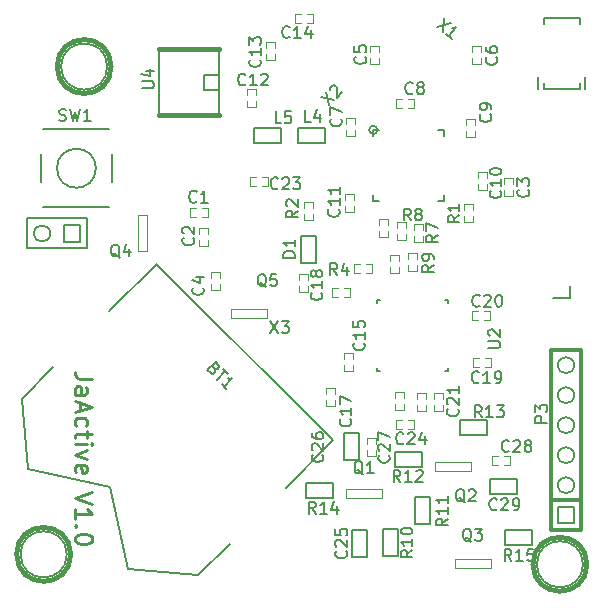
<source format=gto>
G04 (created by PCBNEW (2013-07-07 BZR 4022)-stable) date Mon 15 Dec 2014 10:20:57 PM EET*
%MOIN*%
G04 Gerber Fmt 3.4, Leading zero omitted, Abs format*
%FSLAX34Y34*%
G01*
G70*
G90*
G04 APERTURE LIST*
%ADD10C,0.006*%
%ADD11C,0.00984252*%
%ADD12C,0.00590551*%
%ADD13C,0.0047*%
%ADD14C,0.015*%
%ADD15C,0.008*%
%ADD16C,0.005*%
%ADD17C,0.0028*%
%ADD18C,0.012*%
G04 APERTURE END LIST*
G54D10*
G54D11*
X83257Y-56515D02*
X82835Y-56515D01*
X82750Y-56487D01*
X82694Y-56431D01*
X82666Y-56347D01*
X82666Y-56290D01*
X82666Y-57050D02*
X82975Y-57050D01*
X83032Y-57021D01*
X83060Y-56965D01*
X83060Y-56853D01*
X83032Y-56796D01*
X82694Y-57050D02*
X82666Y-56993D01*
X82666Y-56853D01*
X82694Y-56796D01*
X82750Y-56768D01*
X82807Y-56768D01*
X82863Y-56796D01*
X82891Y-56853D01*
X82891Y-56993D01*
X82919Y-57050D01*
X82835Y-57303D02*
X82835Y-57584D01*
X82666Y-57246D02*
X83257Y-57443D01*
X82666Y-57640D01*
X82694Y-58090D02*
X82666Y-58034D01*
X82666Y-57921D01*
X82694Y-57865D01*
X82722Y-57837D01*
X82778Y-57809D01*
X82947Y-57809D01*
X83003Y-57837D01*
X83032Y-57865D01*
X83060Y-57921D01*
X83060Y-58034D01*
X83032Y-58090D01*
X83060Y-58259D02*
X83060Y-58484D01*
X83257Y-58343D02*
X82750Y-58343D01*
X82694Y-58371D01*
X82666Y-58428D01*
X82666Y-58484D01*
X82666Y-58681D02*
X83060Y-58681D01*
X83257Y-58681D02*
X83228Y-58652D01*
X83200Y-58681D01*
X83228Y-58709D01*
X83257Y-58681D01*
X83200Y-58681D01*
X83060Y-58906D02*
X82666Y-59046D01*
X83060Y-59187D01*
X82694Y-59637D02*
X82666Y-59580D01*
X82666Y-59468D01*
X82694Y-59412D01*
X82750Y-59384D01*
X82975Y-59384D01*
X83032Y-59412D01*
X83060Y-59468D01*
X83060Y-59580D01*
X83032Y-59637D01*
X82975Y-59665D01*
X82919Y-59665D01*
X82863Y-59384D01*
X83257Y-60284D02*
X82666Y-60480D01*
X83257Y-60677D01*
X82666Y-61183D02*
X82666Y-60846D01*
X82666Y-61015D02*
X83257Y-61015D01*
X83172Y-60958D01*
X83116Y-60902D01*
X83088Y-60846D01*
X82722Y-61437D02*
X82694Y-61465D01*
X82666Y-61437D01*
X82694Y-61408D01*
X82722Y-61437D01*
X82666Y-61437D01*
X83257Y-61830D02*
X83257Y-61886D01*
X83228Y-61943D01*
X83200Y-61971D01*
X83144Y-61999D01*
X83032Y-62027D01*
X82891Y-62027D01*
X82778Y-61999D01*
X82722Y-61971D01*
X82694Y-61943D01*
X82666Y-61886D01*
X82666Y-61830D01*
X82694Y-61774D01*
X82722Y-61746D01*
X82778Y-61718D01*
X82891Y-61690D01*
X83032Y-61690D01*
X83144Y-61718D01*
X83200Y-61746D01*
X83228Y-61774D01*
X83257Y-61830D01*
G54D12*
X81618Y-48200D02*
X83822Y-48200D01*
X83822Y-50799D02*
X81618Y-50799D01*
X83901Y-49027D02*
X83901Y-49972D01*
X81539Y-49027D02*
X81539Y-49972D01*
X83370Y-49500D02*
G75*
G03X83370Y-49500I-649J0D01*
G74*
G01*
G54D13*
X85063Y-51073D02*
X85063Y-52273D01*
X85063Y-52273D02*
X84763Y-52273D01*
X84763Y-52273D02*
X84763Y-51073D01*
X84763Y-51073D02*
X85063Y-51073D01*
X87880Y-54204D02*
X89080Y-54204D01*
X89080Y-54204D02*
X89080Y-54504D01*
X89080Y-54504D02*
X87880Y-54504D01*
X87880Y-54504D02*
X87880Y-54204D01*
X95329Y-62511D02*
X96529Y-62511D01*
X96529Y-62511D02*
X96529Y-62811D01*
X96529Y-62811D02*
X95329Y-62811D01*
X95329Y-62811D02*
X95329Y-62511D01*
X95863Y-59579D02*
X94663Y-59579D01*
X94663Y-59579D02*
X94663Y-59279D01*
X94663Y-59279D02*
X95863Y-59279D01*
X95863Y-59279D02*
X95863Y-59579D01*
X91711Y-60208D02*
X92911Y-60208D01*
X92911Y-60208D02*
X92911Y-60508D01*
X92911Y-60508D02*
X91711Y-60508D01*
X91711Y-60508D02*
X91711Y-60208D01*
G54D14*
X87490Y-45534D02*
X85490Y-45534D01*
X87490Y-47734D02*
X85490Y-47734D01*
G54D15*
X85490Y-47734D02*
X85490Y-45534D01*
X87490Y-47734D02*
X87490Y-45534D01*
X87490Y-46884D02*
X86990Y-46884D01*
X86990Y-46884D02*
X86990Y-46384D01*
X86990Y-46384D02*
X87490Y-46384D01*
G54D16*
X90118Y-48143D02*
X91018Y-48143D01*
X91018Y-48143D02*
X91018Y-48643D01*
X91018Y-48643D02*
X90118Y-48643D01*
X90118Y-48643D02*
X90118Y-48143D01*
X93329Y-58954D02*
X94229Y-58954D01*
X94229Y-58954D02*
X94229Y-59454D01*
X94229Y-59454D02*
X93329Y-59454D01*
X93329Y-59454D02*
X93329Y-58954D01*
X96418Y-58391D02*
X95518Y-58391D01*
X95518Y-58391D02*
X95518Y-57891D01*
X95518Y-57891D02*
X96418Y-57891D01*
X96418Y-57891D02*
X96418Y-58391D01*
X94021Y-61359D02*
X94021Y-60459D01*
X94021Y-60459D02*
X94521Y-60459D01*
X94521Y-60459D02*
X94521Y-61359D01*
X94521Y-61359D02*
X94021Y-61359D01*
X92411Y-61546D02*
X92411Y-62446D01*
X92411Y-62446D02*
X91911Y-62446D01*
X91911Y-62446D02*
X91911Y-61546D01*
X91911Y-61546D02*
X92411Y-61546D01*
X90210Y-52654D02*
X90210Y-51754D01*
X90210Y-51754D02*
X90710Y-51754D01*
X90710Y-51754D02*
X90710Y-52654D01*
X90710Y-52654D02*
X90210Y-52654D01*
X91655Y-59233D02*
X91655Y-58333D01*
X91655Y-58333D02*
X92155Y-58333D01*
X92155Y-58333D02*
X92155Y-59233D01*
X92155Y-59233D02*
X91655Y-59233D01*
X93431Y-61538D02*
X93431Y-62438D01*
X93431Y-62438D02*
X92931Y-62438D01*
X92931Y-62438D02*
X92931Y-61538D01*
X92931Y-61538D02*
X93431Y-61538D01*
X88633Y-48143D02*
X89533Y-48143D01*
X89533Y-48143D02*
X89533Y-48643D01*
X89533Y-48643D02*
X88633Y-48643D01*
X88633Y-48643D02*
X88633Y-48143D01*
X96494Y-59856D02*
X97394Y-59856D01*
X97394Y-59856D02*
X97394Y-60356D01*
X97394Y-60356D02*
X96494Y-60356D01*
X96494Y-60356D02*
X96494Y-59856D01*
X91268Y-60490D02*
X90368Y-60490D01*
X90368Y-60490D02*
X90368Y-59990D01*
X90368Y-59990D02*
X91268Y-59990D01*
X91268Y-59990D02*
X91268Y-60490D01*
X97018Y-61572D02*
X97918Y-61572D01*
X97918Y-61572D02*
X97918Y-62072D01*
X97918Y-62072D02*
X97018Y-62072D01*
X97018Y-62072D02*
X97018Y-61572D01*
G54D17*
X94368Y-57192D02*
X94368Y-56992D01*
X94368Y-56992D02*
X94068Y-56992D01*
X94068Y-56992D02*
X94068Y-57192D01*
X94368Y-57392D02*
X94368Y-57592D01*
X94368Y-57592D02*
X94068Y-57592D01*
X94068Y-57592D02*
X94068Y-57392D01*
X93343Y-57364D02*
X93343Y-57564D01*
X93343Y-57564D02*
X93643Y-57564D01*
X93643Y-57564D02*
X93643Y-57364D01*
X93343Y-57164D02*
X93343Y-56964D01*
X93343Y-56964D02*
X93643Y-56964D01*
X93643Y-56964D02*
X93643Y-57164D01*
X93569Y-57903D02*
X93369Y-57903D01*
X93369Y-57903D02*
X93369Y-58203D01*
X93369Y-58203D02*
X93569Y-58203D01*
X93769Y-57903D02*
X93969Y-57903D01*
X93969Y-57903D02*
X93969Y-58203D01*
X93969Y-58203D02*
X93769Y-58203D01*
X93478Y-52588D02*
X93478Y-52388D01*
X93478Y-52388D02*
X93178Y-52388D01*
X93178Y-52388D02*
X93178Y-52588D01*
X93478Y-52788D02*
X93478Y-52988D01*
X93478Y-52988D02*
X93178Y-52988D01*
X93178Y-52988D02*
X93178Y-52788D01*
X94277Y-51550D02*
X94277Y-51350D01*
X94277Y-51350D02*
X93977Y-51350D01*
X93977Y-51350D02*
X93977Y-51550D01*
X94277Y-51750D02*
X94277Y-51950D01*
X94277Y-51950D02*
X93977Y-51950D01*
X93977Y-51950D02*
X93977Y-51750D01*
X93702Y-51505D02*
X93702Y-51305D01*
X93702Y-51305D02*
X93402Y-51305D01*
X93402Y-51305D02*
X93402Y-51505D01*
X93702Y-51705D02*
X93702Y-51905D01*
X93702Y-51905D02*
X93402Y-51905D01*
X93402Y-51905D02*
X93402Y-51705D01*
X94081Y-52523D02*
X94081Y-52323D01*
X94081Y-52323D02*
X93781Y-52323D01*
X93781Y-52323D02*
X93781Y-52523D01*
X94081Y-52723D02*
X94081Y-52923D01*
X94081Y-52923D02*
X93781Y-52923D01*
X93781Y-52923D02*
X93781Y-52723D01*
X88708Y-49803D02*
X88508Y-49803D01*
X88508Y-49803D02*
X88508Y-50103D01*
X88508Y-50103D02*
X88708Y-50103D01*
X88908Y-49803D02*
X89108Y-49803D01*
X89108Y-49803D02*
X89108Y-50103D01*
X89108Y-50103D02*
X88908Y-50103D01*
X87098Y-51693D02*
X87098Y-51493D01*
X87098Y-51493D02*
X86798Y-51493D01*
X86798Y-51493D02*
X86798Y-51693D01*
X87098Y-51893D02*
X87098Y-52093D01*
X87098Y-52093D02*
X86798Y-52093D01*
X86798Y-52093D02*
X86798Y-51893D01*
X86908Y-51133D02*
X87108Y-51133D01*
X87108Y-51133D02*
X87108Y-50833D01*
X87108Y-50833D02*
X86908Y-50833D01*
X86708Y-51133D02*
X86508Y-51133D01*
X86508Y-51133D02*
X86508Y-50833D01*
X86508Y-50833D02*
X86708Y-50833D01*
X96770Y-59086D02*
X96570Y-59086D01*
X96570Y-59086D02*
X96570Y-59386D01*
X96570Y-59386D02*
X96770Y-59386D01*
X96970Y-59086D02*
X97170Y-59086D01*
X97170Y-59086D02*
X97170Y-59386D01*
X97170Y-59386D02*
X96970Y-59386D01*
X92401Y-58899D02*
X92401Y-59099D01*
X92401Y-59099D02*
X92701Y-59099D01*
X92701Y-59099D02*
X92701Y-58899D01*
X92401Y-58699D02*
X92401Y-58499D01*
X92401Y-58499D02*
X92701Y-58499D01*
X92701Y-58499D02*
X92701Y-58699D01*
X91974Y-50542D02*
X91974Y-50342D01*
X91974Y-50342D02*
X91674Y-50342D01*
X91674Y-50342D02*
X91674Y-50542D01*
X91974Y-50742D02*
X91974Y-50942D01*
X91974Y-50942D02*
X91674Y-50942D01*
X91674Y-50942D02*
X91674Y-50742D01*
X97266Y-50029D02*
X97266Y-49829D01*
X97266Y-49829D02*
X96966Y-49829D01*
X96966Y-49829D02*
X96966Y-50029D01*
X97266Y-50229D02*
X97266Y-50429D01*
X97266Y-50429D02*
X96966Y-50429D01*
X96966Y-50429D02*
X96966Y-50229D01*
X90298Y-51021D02*
X90298Y-51221D01*
X90298Y-51221D02*
X90598Y-51221D01*
X90598Y-51221D02*
X90598Y-51021D01*
X90298Y-50821D02*
X90298Y-50621D01*
X90298Y-50621D02*
X90598Y-50621D01*
X90598Y-50621D02*
X90598Y-50821D01*
X95699Y-48257D02*
X95699Y-48457D01*
X95699Y-48457D02*
X95999Y-48457D01*
X95999Y-48457D02*
X95999Y-48257D01*
X95699Y-48057D02*
X95699Y-47857D01*
X95699Y-47857D02*
X95999Y-47857D01*
X95999Y-47857D02*
X95999Y-48057D01*
X87224Y-53363D02*
X87224Y-53563D01*
X87224Y-53563D02*
X87524Y-53563D01*
X87524Y-53563D02*
X87524Y-53363D01*
X87224Y-53163D02*
X87224Y-52963D01*
X87224Y-52963D02*
X87524Y-52963D01*
X87524Y-52963D02*
X87524Y-53163D01*
X95918Y-45828D02*
X95918Y-46028D01*
X95918Y-46028D02*
X96218Y-46028D01*
X96218Y-46028D02*
X96218Y-45828D01*
X95918Y-45628D02*
X95918Y-45428D01*
X95918Y-45428D02*
X96218Y-45428D01*
X96218Y-45428D02*
X96218Y-45628D01*
X92518Y-45818D02*
X92518Y-46018D01*
X92518Y-46018D02*
X92818Y-46018D01*
X92818Y-46018D02*
X92818Y-45818D01*
X92518Y-45618D02*
X92518Y-45418D01*
X92518Y-45418D02*
X92818Y-45418D01*
X92818Y-45418D02*
X92818Y-45618D01*
X95929Y-50907D02*
X95929Y-50707D01*
X95929Y-50707D02*
X95629Y-50707D01*
X95629Y-50707D02*
X95629Y-50907D01*
X95929Y-51107D02*
X95929Y-51307D01*
X95929Y-51307D02*
X95629Y-51307D01*
X95629Y-51307D02*
X95629Y-51107D01*
X93779Y-47502D02*
X93979Y-47502D01*
X93979Y-47502D02*
X93979Y-47202D01*
X93979Y-47202D02*
X93779Y-47202D01*
X93579Y-47502D02*
X93379Y-47502D01*
X93379Y-47502D02*
X93379Y-47202D01*
X93379Y-47202D02*
X93579Y-47202D01*
X89338Y-45503D02*
X89338Y-45303D01*
X89338Y-45303D02*
X89038Y-45303D01*
X89038Y-45303D02*
X89038Y-45503D01*
X89338Y-45703D02*
X89338Y-45903D01*
X89338Y-45903D02*
X89038Y-45903D01*
X89038Y-45903D02*
X89038Y-45703D01*
X90213Y-44373D02*
X90013Y-44373D01*
X90013Y-44373D02*
X90013Y-44673D01*
X90013Y-44673D02*
X90213Y-44673D01*
X90413Y-44373D02*
X90613Y-44373D01*
X90613Y-44373D02*
X90613Y-44673D01*
X90613Y-44673D02*
X90413Y-44673D01*
X96413Y-49829D02*
X96413Y-49629D01*
X96413Y-49629D02*
X96113Y-49629D01*
X96113Y-49629D02*
X96113Y-49829D01*
X96413Y-50029D02*
X96413Y-50229D01*
X96413Y-50229D02*
X96113Y-50229D01*
X96113Y-50229D02*
X96113Y-50029D01*
X91658Y-53788D02*
X91858Y-53788D01*
X91858Y-53788D02*
X91858Y-53488D01*
X91858Y-53488D02*
X91658Y-53488D01*
X91458Y-53788D02*
X91258Y-53788D01*
X91258Y-53788D02*
X91258Y-53488D01*
X91258Y-53488D02*
X91458Y-53488D01*
X91698Y-48228D02*
X91698Y-48428D01*
X91698Y-48428D02*
X91998Y-48428D01*
X91998Y-48428D02*
X91998Y-48228D01*
X91698Y-48028D02*
X91698Y-47828D01*
X91698Y-47828D02*
X91998Y-47828D01*
X91998Y-47828D02*
X91998Y-48028D01*
X88408Y-47263D02*
X88408Y-47463D01*
X88408Y-47463D02*
X88708Y-47463D01*
X88708Y-47463D02*
X88708Y-47263D01*
X88408Y-47063D02*
X88408Y-46863D01*
X88408Y-46863D02*
X88708Y-46863D01*
X88708Y-46863D02*
X88708Y-47063D01*
X91658Y-56058D02*
X91658Y-56258D01*
X91658Y-56258D02*
X91958Y-56258D01*
X91958Y-56258D02*
X91958Y-56058D01*
X91658Y-55858D02*
X91658Y-55658D01*
X91658Y-55658D02*
X91958Y-55658D01*
X91958Y-55658D02*
X91958Y-55858D01*
X94949Y-57206D02*
X94949Y-57006D01*
X94949Y-57006D02*
X94649Y-57006D01*
X94649Y-57006D02*
X94649Y-57206D01*
X94949Y-57406D02*
X94949Y-57606D01*
X94949Y-57606D02*
X94649Y-57606D01*
X94649Y-57606D02*
X94649Y-57406D01*
X90133Y-53438D02*
X90133Y-53638D01*
X90133Y-53638D02*
X90433Y-53638D01*
X90433Y-53638D02*
X90433Y-53438D01*
X90133Y-53238D02*
X90133Y-53038D01*
X90133Y-53038D02*
X90433Y-53038D01*
X90433Y-53038D02*
X90433Y-53238D01*
X91050Y-57218D02*
X91050Y-57418D01*
X91050Y-57418D02*
X91350Y-57418D01*
X91350Y-57418D02*
X91350Y-57218D01*
X91050Y-57018D02*
X91050Y-56818D01*
X91050Y-56818D02*
X91350Y-56818D01*
X91350Y-56818D02*
X91350Y-57018D01*
X96140Y-55818D02*
X95940Y-55818D01*
X95940Y-55818D02*
X95940Y-56118D01*
X95940Y-56118D02*
X96140Y-56118D01*
X96340Y-55818D02*
X96540Y-55818D01*
X96540Y-55818D02*
X96540Y-56118D01*
X96540Y-56118D02*
X96340Y-56118D01*
X96120Y-54244D02*
X95920Y-54244D01*
X95920Y-54244D02*
X95920Y-54544D01*
X95920Y-54544D02*
X96120Y-54544D01*
X96320Y-54244D02*
X96520Y-54244D01*
X96520Y-54244D02*
X96520Y-54544D01*
X96520Y-54544D02*
X96320Y-54544D01*
X92794Y-51606D02*
X92794Y-51806D01*
X92794Y-51806D02*
X93094Y-51806D01*
X93094Y-51806D02*
X93094Y-51606D01*
X92794Y-51406D02*
X92794Y-51206D01*
X92794Y-51206D02*
X93094Y-51206D01*
X93094Y-51206D02*
X93094Y-51406D01*
X92168Y-52678D02*
X91968Y-52678D01*
X91968Y-52678D02*
X91968Y-52978D01*
X91968Y-52978D02*
X92168Y-52978D01*
X92368Y-52678D02*
X92568Y-52678D01*
X92568Y-52678D02*
X92568Y-52978D01*
X92568Y-52978D02*
X92368Y-52978D01*
G54D12*
X92843Y-56263D02*
X92745Y-56263D01*
X92745Y-56263D02*
X92745Y-56165D01*
X92843Y-53901D02*
X92745Y-53901D01*
X92745Y-53901D02*
X92745Y-53999D01*
X95107Y-53999D02*
X95107Y-53901D01*
X95107Y-53901D02*
X95009Y-53901D01*
X95009Y-56263D02*
X95107Y-56263D01*
X95107Y-56263D02*
X95107Y-56165D01*
G54D10*
X83078Y-51173D02*
X83078Y-52173D01*
X83078Y-52173D02*
X81078Y-52173D01*
X81078Y-52173D02*
X81078Y-51173D01*
X81078Y-51173D02*
X83078Y-51173D01*
G54D18*
X99543Y-61562D02*
X98543Y-61562D01*
X98543Y-61562D02*
X98543Y-55562D01*
X98543Y-55562D02*
X99543Y-55562D01*
X99543Y-55562D02*
X99543Y-61562D01*
X99543Y-60562D02*
X98543Y-60562D01*
G54D12*
X98598Y-53826D02*
X99188Y-53826D01*
X99188Y-53826D02*
X99188Y-53433D01*
X98114Y-46460D02*
X98114Y-46854D01*
X99688Y-46460D02*
X99688Y-46854D01*
X99492Y-46657D02*
X99492Y-46854D01*
X99492Y-46854D02*
X98311Y-46854D01*
X98311Y-46854D02*
X98311Y-46657D01*
X99492Y-44688D02*
X99492Y-44492D01*
X99492Y-44492D02*
X98311Y-44492D01*
X98311Y-44492D02*
X98311Y-44688D01*
X81957Y-56137D02*
X80913Y-57181D01*
X87831Y-62011D02*
X86787Y-63055D01*
X81094Y-59533D02*
X80913Y-57181D01*
X84435Y-62874D02*
X86787Y-63055D01*
X83850Y-60118D02*
X81094Y-59533D01*
X84435Y-62874D02*
X83850Y-60118D01*
X85395Y-52698D02*
X83822Y-54271D01*
X85409Y-52712D02*
X91269Y-58572D01*
X91269Y-58572D02*
X89696Y-60145D01*
G54D10*
X92617Y-48222D02*
X92617Y-48419D01*
X94979Y-48222D02*
X94782Y-48222D01*
X94979Y-48222D02*
X94979Y-48419D01*
X92617Y-50407D02*
X92617Y-50387D01*
X92617Y-50584D02*
X92814Y-50584D01*
X94979Y-50584D02*
X94782Y-50584D01*
X94979Y-50584D02*
X94979Y-50387D01*
X92617Y-50584D02*
X92617Y-50407D01*
X92617Y-50407D02*
X92617Y-50584D01*
X92617Y-48222D02*
X92814Y-48222D01*
G54D12*
X92756Y-48222D02*
G75*
G03X92756Y-48222I-139J0D01*
G74*
G01*
G54D14*
X83880Y-46110D02*
G75*
G03X83880Y-46110I-900J0D01*
G74*
G01*
X99738Y-62700D02*
G75*
G03X99738Y-62700I-900J0D01*
G74*
G01*
X82529Y-62370D02*
G75*
G03X82529Y-62370I-900J0D01*
G74*
G01*
G54D10*
X82308Y-51403D02*
X82308Y-51943D01*
X82848Y-51943D01*
X82848Y-51403D01*
X82308Y-51403D01*
X81848Y-51673D02*
G75*
G03X81848Y-51673I-270J0D01*
G74*
G01*
X98773Y-60792D02*
X98773Y-61332D01*
X99313Y-61332D01*
X99313Y-60792D01*
X98773Y-60792D01*
X99313Y-60062D02*
G75*
G03X99313Y-60062I-270J0D01*
G74*
G01*
X99313Y-59062D02*
G75*
G03X99313Y-59062I-270J0D01*
G74*
G01*
X99313Y-58062D02*
G75*
G03X99313Y-58062I-270J0D01*
G74*
G01*
X99313Y-57062D02*
G75*
G03X99313Y-57062I-270J0D01*
G74*
G01*
X99313Y-56062D02*
G75*
G03X99313Y-56062I-270J0D01*
G74*
G01*
X83750Y-46110D02*
G75*
G03X83750Y-46110I-770J0D01*
G74*
G01*
X99608Y-62700D02*
G75*
G03X99608Y-62700I-770J0D01*
G74*
G01*
X82399Y-62370D02*
G75*
G03X82399Y-62370I-770J0D01*
G74*
G01*
X82152Y-47904D02*
X82208Y-47923D01*
X82302Y-47923D01*
X82339Y-47904D01*
X82358Y-47885D01*
X82377Y-47848D01*
X82377Y-47810D01*
X82358Y-47773D01*
X82339Y-47754D01*
X82302Y-47735D01*
X82227Y-47716D01*
X82189Y-47698D01*
X82170Y-47679D01*
X82152Y-47641D01*
X82152Y-47604D01*
X82170Y-47566D01*
X82189Y-47548D01*
X82227Y-47529D01*
X82320Y-47529D01*
X82377Y-47548D01*
X82508Y-47529D02*
X82602Y-47923D01*
X82677Y-47641D01*
X82752Y-47923D01*
X82845Y-47529D01*
X83202Y-47923D02*
X82977Y-47923D01*
X83089Y-47923D02*
X83089Y-47529D01*
X83052Y-47585D01*
X83014Y-47623D01*
X82977Y-47641D01*
X84163Y-52476D02*
X84125Y-52457D01*
X84088Y-52420D01*
X84032Y-52363D01*
X83994Y-52345D01*
X83957Y-52345D01*
X83975Y-52438D02*
X83938Y-52420D01*
X83900Y-52382D01*
X83882Y-52307D01*
X83882Y-52176D01*
X83900Y-52101D01*
X83938Y-52063D01*
X83975Y-52045D01*
X84050Y-52045D01*
X84088Y-52063D01*
X84125Y-52101D01*
X84144Y-52176D01*
X84144Y-52307D01*
X84125Y-52382D01*
X84088Y-52420D01*
X84050Y-52438D01*
X83975Y-52438D01*
X84482Y-52176D02*
X84482Y-52438D01*
X84388Y-52026D02*
X84294Y-52307D01*
X84538Y-52307D01*
X89053Y-53460D02*
X89015Y-53441D01*
X88978Y-53404D01*
X88921Y-53348D01*
X88884Y-53329D01*
X88846Y-53329D01*
X88865Y-53423D02*
X88828Y-53404D01*
X88790Y-53366D01*
X88771Y-53291D01*
X88771Y-53160D01*
X88790Y-53085D01*
X88828Y-53048D01*
X88865Y-53029D01*
X88940Y-53029D01*
X88978Y-53048D01*
X89015Y-53085D01*
X89034Y-53160D01*
X89034Y-53291D01*
X89015Y-53366D01*
X88978Y-53404D01*
X88940Y-53423D01*
X88865Y-53423D01*
X89390Y-53029D02*
X89203Y-53029D01*
X89184Y-53216D01*
X89203Y-53198D01*
X89240Y-53179D01*
X89334Y-53179D01*
X89371Y-53198D01*
X89390Y-53216D01*
X89409Y-53254D01*
X89409Y-53348D01*
X89390Y-53385D01*
X89371Y-53404D01*
X89334Y-53423D01*
X89240Y-53423D01*
X89203Y-53404D01*
X89184Y-53385D01*
X95891Y-61948D02*
X95854Y-61930D01*
X95816Y-61892D01*
X95760Y-61836D01*
X95722Y-61817D01*
X95685Y-61817D01*
X95704Y-61911D02*
X95666Y-61892D01*
X95629Y-61855D01*
X95610Y-61780D01*
X95610Y-61648D01*
X95629Y-61573D01*
X95666Y-61536D01*
X95704Y-61517D01*
X95779Y-61517D01*
X95816Y-61536D01*
X95854Y-61573D01*
X95872Y-61648D01*
X95872Y-61780D01*
X95854Y-61855D01*
X95816Y-61892D01*
X95779Y-61911D01*
X95704Y-61911D01*
X96004Y-61517D02*
X96247Y-61517D01*
X96116Y-61667D01*
X96172Y-61667D01*
X96210Y-61686D01*
X96229Y-61705D01*
X96247Y-61742D01*
X96247Y-61836D01*
X96229Y-61873D01*
X96210Y-61892D01*
X96172Y-61911D01*
X96060Y-61911D01*
X96022Y-61892D01*
X96004Y-61873D01*
X95671Y-60637D02*
X95633Y-60619D01*
X95596Y-60581D01*
X95539Y-60525D01*
X95502Y-60506D01*
X95464Y-60506D01*
X95483Y-60600D02*
X95446Y-60581D01*
X95408Y-60544D01*
X95389Y-60469D01*
X95389Y-60337D01*
X95408Y-60262D01*
X95446Y-60225D01*
X95483Y-60206D01*
X95558Y-60206D01*
X95596Y-60225D01*
X95633Y-60262D01*
X95652Y-60337D01*
X95652Y-60469D01*
X95633Y-60544D01*
X95596Y-60581D01*
X95558Y-60600D01*
X95483Y-60600D01*
X95802Y-60244D02*
X95821Y-60225D01*
X95858Y-60206D01*
X95952Y-60206D01*
X95989Y-60225D01*
X96008Y-60244D01*
X96027Y-60281D01*
X96027Y-60319D01*
X96008Y-60375D01*
X95783Y-60600D01*
X96027Y-60600D01*
X92273Y-59705D02*
X92236Y-59686D01*
X92198Y-59648D01*
X92142Y-59592D01*
X92104Y-59573D01*
X92067Y-59573D01*
X92086Y-59667D02*
X92048Y-59648D01*
X92011Y-59611D01*
X91992Y-59536D01*
X91992Y-59405D01*
X92011Y-59330D01*
X92048Y-59292D01*
X92086Y-59273D01*
X92161Y-59273D01*
X92198Y-59292D01*
X92236Y-59330D01*
X92254Y-59405D01*
X92254Y-59536D01*
X92236Y-59611D01*
X92198Y-59648D01*
X92161Y-59667D01*
X92086Y-59667D01*
X92629Y-59667D02*
X92404Y-59667D01*
X92517Y-59667D02*
X92517Y-59273D01*
X92479Y-59330D01*
X92442Y-59367D01*
X92404Y-59386D01*
X84907Y-46831D02*
X85226Y-46831D01*
X85263Y-46812D01*
X85282Y-46793D01*
X85301Y-46756D01*
X85301Y-46681D01*
X85282Y-46643D01*
X85263Y-46625D01*
X85226Y-46606D01*
X84907Y-46606D01*
X85038Y-46250D02*
X85301Y-46250D01*
X84888Y-46344D02*
X85169Y-46437D01*
X85169Y-46194D01*
X90528Y-47946D02*
X90341Y-47946D01*
X90341Y-47553D01*
X90828Y-47684D02*
X90828Y-47946D01*
X90735Y-47534D02*
X90641Y-47815D01*
X90885Y-47815D01*
X93518Y-59950D02*
X93387Y-59763D01*
X93293Y-59950D02*
X93293Y-59556D01*
X93443Y-59556D01*
X93481Y-59575D01*
X93499Y-59594D01*
X93518Y-59631D01*
X93518Y-59688D01*
X93499Y-59725D01*
X93481Y-59744D01*
X93443Y-59763D01*
X93293Y-59763D01*
X93893Y-59950D02*
X93668Y-59950D01*
X93781Y-59950D02*
X93781Y-59556D01*
X93743Y-59613D01*
X93706Y-59650D01*
X93668Y-59669D01*
X94043Y-59594D02*
X94062Y-59575D01*
X94099Y-59556D01*
X94193Y-59556D01*
X94230Y-59575D01*
X94249Y-59594D01*
X94268Y-59631D01*
X94268Y-59669D01*
X94249Y-59725D01*
X94024Y-59950D01*
X94268Y-59950D01*
X96227Y-57801D02*
X96095Y-57613D01*
X96002Y-57801D02*
X96002Y-57407D01*
X96152Y-57407D01*
X96189Y-57426D01*
X96208Y-57444D01*
X96227Y-57482D01*
X96227Y-57538D01*
X96208Y-57576D01*
X96189Y-57594D01*
X96152Y-57613D01*
X96002Y-57613D01*
X96602Y-57801D02*
X96377Y-57801D01*
X96489Y-57801D02*
X96489Y-57407D01*
X96452Y-57463D01*
X96414Y-57501D01*
X96377Y-57519D01*
X96733Y-57407D02*
X96977Y-57407D01*
X96845Y-57557D01*
X96902Y-57557D01*
X96939Y-57576D01*
X96958Y-57594D01*
X96977Y-57632D01*
X96977Y-57726D01*
X96958Y-57763D01*
X96939Y-57782D01*
X96902Y-57801D01*
X96789Y-57801D01*
X96752Y-57782D01*
X96733Y-57763D01*
X95100Y-61182D02*
X94912Y-61313D01*
X95100Y-61407D02*
X94706Y-61407D01*
X94706Y-61257D01*
X94725Y-61219D01*
X94744Y-61200D01*
X94781Y-61182D01*
X94837Y-61182D01*
X94875Y-61200D01*
X94894Y-61219D01*
X94912Y-61257D01*
X94912Y-61407D01*
X95100Y-60807D02*
X95100Y-61032D01*
X95100Y-60919D02*
X94706Y-60919D01*
X94762Y-60957D01*
X94800Y-60994D01*
X94819Y-61032D01*
X95100Y-60432D02*
X95100Y-60657D01*
X95100Y-60544D02*
X94706Y-60544D01*
X94762Y-60582D01*
X94800Y-60619D01*
X94819Y-60657D01*
X91708Y-62264D02*
X91727Y-62283D01*
X91745Y-62339D01*
X91745Y-62377D01*
X91727Y-62433D01*
X91689Y-62471D01*
X91652Y-62489D01*
X91577Y-62508D01*
X91520Y-62508D01*
X91446Y-62489D01*
X91408Y-62471D01*
X91371Y-62433D01*
X91352Y-62377D01*
X91352Y-62339D01*
X91371Y-62283D01*
X91389Y-62264D01*
X91389Y-62114D02*
X91371Y-62096D01*
X91352Y-62058D01*
X91352Y-61964D01*
X91371Y-61927D01*
X91389Y-61908D01*
X91427Y-61889D01*
X91464Y-61889D01*
X91520Y-61908D01*
X91745Y-62133D01*
X91745Y-61889D01*
X91352Y-61533D02*
X91352Y-61721D01*
X91539Y-61739D01*
X91520Y-61721D01*
X91502Y-61683D01*
X91502Y-61589D01*
X91520Y-61552D01*
X91539Y-61533D01*
X91577Y-61514D01*
X91670Y-61514D01*
X91708Y-61533D01*
X91727Y-61552D01*
X91745Y-61589D01*
X91745Y-61683D01*
X91727Y-61721D01*
X91708Y-61739D01*
X90009Y-52479D02*
X89616Y-52479D01*
X89616Y-52385D01*
X89634Y-52329D01*
X89672Y-52292D01*
X89709Y-52273D01*
X89784Y-52254D01*
X89841Y-52254D01*
X89916Y-52273D01*
X89953Y-52292D01*
X89991Y-52329D01*
X90009Y-52385D01*
X90009Y-52479D01*
X90009Y-51879D02*
X90009Y-52104D01*
X90009Y-51992D02*
X89616Y-51992D01*
X89672Y-52029D01*
X89709Y-52067D01*
X89728Y-52104D01*
X90921Y-59044D02*
X90939Y-59063D01*
X90958Y-59119D01*
X90958Y-59156D01*
X90939Y-59213D01*
X90902Y-59250D01*
X90864Y-59269D01*
X90789Y-59288D01*
X90733Y-59288D01*
X90658Y-59269D01*
X90621Y-59250D01*
X90583Y-59213D01*
X90564Y-59156D01*
X90564Y-59119D01*
X90583Y-59063D01*
X90602Y-59044D01*
X90602Y-58894D02*
X90583Y-58875D01*
X90564Y-58838D01*
X90564Y-58744D01*
X90583Y-58706D01*
X90602Y-58688D01*
X90639Y-58669D01*
X90677Y-58669D01*
X90733Y-58688D01*
X90958Y-58913D01*
X90958Y-58669D01*
X90564Y-58332D02*
X90564Y-58407D01*
X90583Y-58444D01*
X90602Y-58463D01*
X90658Y-58500D01*
X90733Y-58519D01*
X90883Y-58519D01*
X90921Y-58500D01*
X90939Y-58482D01*
X90958Y-58444D01*
X90958Y-58369D01*
X90939Y-58332D01*
X90921Y-58313D01*
X90883Y-58294D01*
X90789Y-58294D01*
X90752Y-58313D01*
X90733Y-58332D01*
X90714Y-58369D01*
X90714Y-58444D01*
X90733Y-58482D01*
X90752Y-58500D01*
X90789Y-58519D01*
X93923Y-62225D02*
X93735Y-62356D01*
X93923Y-62450D02*
X93529Y-62450D01*
X93529Y-62300D01*
X93548Y-62263D01*
X93566Y-62244D01*
X93604Y-62225D01*
X93660Y-62225D01*
X93698Y-62244D01*
X93716Y-62263D01*
X93735Y-62300D01*
X93735Y-62450D01*
X93923Y-61850D02*
X93923Y-62075D01*
X93923Y-61963D02*
X93529Y-61963D01*
X93585Y-62000D01*
X93623Y-62038D01*
X93641Y-62075D01*
X93529Y-61606D02*
X93529Y-61569D01*
X93548Y-61531D01*
X93566Y-61513D01*
X93604Y-61494D01*
X93679Y-61475D01*
X93773Y-61475D01*
X93848Y-61494D01*
X93885Y-61513D01*
X93904Y-61531D01*
X93923Y-61569D01*
X93923Y-61606D01*
X93904Y-61644D01*
X93885Y-61663D01*
X93848Y-61681D01*
X93773Y-61700D01*
X93679Y-61700D01*
X93604Y-61681D01*
X93566Y-61663D01*
X93548Y-61644D01*
X93529Y-61606D01*
X89548Y-47997D02*
X89361Y-47997D01*
X89361Y-47604D01*
X89867Y-47604D02*
X89679Y-47604D01*
X89661Y-47791D01*
X89679Y-47772D01*
X89717Y-47754D01*
X89811Y-47754D01*
X89848Y-47772D01*
X89867Y-47791D01*
X89886Y-47829D01*
X89886Y-47922D01*
X89867Y-47960D01*
X89848Y-47979D01*
X89811Y-47997D01*
X89717Y-47997D01*
X89679Y-47979D01*
X89661Y-47960D01*
X96735Y-60862D02*
X96716Y-60880D01*
X96660Y-60899D01*
X96622Y-60899D01*
X96566Y-60880D01*
X96528Y-60843D01*
X96510Y-60805D01*
X96491Y-60730D01*
X96491Y-60674D01*
X96510Y-60599D01*
X96528Y-60562D01*
X96566Y-60524D01*
X96622Y-60505D01*
X96660Y-60505D01*
X96716Y-60524D01*
X96735Y-60543D01*
X96885Y-60543D02*
X96903Y-60524D01*
X96941Y-60505D01*
X97035Y-60505D01*
X97072Y-60524D01*
X97091Y-60543D01*
X97110Y-60580D01*
X97110Y-60618D01*
X97091Y-60674D01*
X96866Y-60899D01*
X97110Y-60899D01*
X97297Y-60899D02*
X97372Y-60899D01*
X97410Y-60880D01*
X97428Y-60862D01*
X97466Y-60805D01*
X97485Y-60730D01*
X97485Y-60580D01*
X97466Y-60543D01*
X97447Y-60524D01*
X97410Y-60505D01*
X97335Y-60505D01*
X97297Y-60524D01*
X97278Y-60543D01*
X97260Y-60580D01*
X97260Y-60674D01*
X97278Y-60712D01*
X97297Y-60730D01*
X97335Y-60749D01*
X97410Y-60749D01*
X97447Y-60730D01*
X97466Y-60712D01*
X97485Y-60674D01*
X90699Y-61013D02*
X90568Y-60826D01*
X90474Y-61013D02*
X90474Y-60619D01*
X90624Y-60619D01*
X90662Y-60638D01*
X90680Y-60657D01*
X90699Y-60694D01*
X90699Y-60751D01*
X90680Y-60788D01*
X90662Y-60807D01*
X90624Y-60826D01*
X90474Y-60826D01*
X91074Y-61013D02*
X90849Y-61013D01*
X90962Y-61013D02*
X90962Y-60619D01*
X90924Y-60676D01*
X90887Y-60713D01*
X90849Y-60732D01*
X91412Y-60751D02*
X91412Y-61013D01*
X91318Y-60601D02*
X91224Y-60882D01*
X91468Y-60882D01*
X97223Y-62588D02*
X97092Y-62401D01*
X96998Y-62588D02*
X96998Y-62194D01*
X97148Y-62194D01*
X97185Y-62213D01*
X97204Y-62232D01*
X97223Y-62269D01*
X97223Y-62326D01*
X97204Y-62363D01*
X97185Y-62382D01*
X97148Y-62401D01*
X96998Y-62401D01*
X97598Y-62588D02*
X97373Y-62588D01*
X97485Y-62588D02*
X97485Y-62194D01*
X97448Y-62251D01*
X97410Y-62288D01*
X97373Y-62307D01*
X97954Y-62194D02*
X97766Y-62194D01*
X97748Y-62382D01*
X97766Y-62363D01*
X97804Y-62344D01*
X97898Y-62344D01*
X97935Y-62363D01*
X97954Y-62382D01*
X97973Y-62419D01*
X97973Y-62513D01*
X97954Y-62550D01*
X97935Y-62569D01*
X97898Y-62588D01*
X97804Y-62588D01*
X97766Y-62569D01*
X97748Y-62550D01*
X93624Y-58661D02*
X93606Y-58679D01*
X93549Y-58698D01*
X93512Y-58698D01*
X93456Y-58679D01*
X93418Y-58642D01*
X93399Y-58604D01*
X93381Y-58529D01*
X93381Y-58473D01*
X93399Y-58398D01*
X93418Y-58361D01*
X93456Y-58323D01*
X93512Y-58305D01*
X93549Y-58305D01*
X93606Y-58323D01*
X93624Y-58342D01*
X93774Y-58342D02*
X93793Y-58323D01*
X93831Y-58305D01*
X93924Y-58305D01*
X93962Y-58323D01*
X93981Y-58342D01*
X93999Y-58380D01*
X93999Y-58417D01*
X93981Y-58473D01*
X93756Y-58698D01*
X93999Y-58698D01*
X94337Y-58436D02*
X94337Y-58698D01*
X94243Y-58286D02*
X94149Y-58567D01*
X94393Y-58567D01*
X94777Y-51730D02*
X94589Y-51862D01*
X94777Y-51955D02*
X94383Y-51955D01*
X94383Y-51805D01*
X94402Y-51768D01*
X94421Y-51749D01*
X94458Y-51730D01*
X94514Y-51730D01*
X94552Y-51749D01*
X94571Y-51768D01*
X94589Y-51805D01*
X94589Y-51955D01*
X94383Y-51599D02*
X94383Y-51337D01*
X94777Y-51505D01*
X93867Y-51238D02*
X93736Y-51050D01*
X93642Y-51238D02*
X93642Y-50844D01*
X93792Y-50844D01*
X93829Y-50863D01*
X93848Y-50881D01*
X93867Y-50919D01*
X93867Y-50975D01*
X93848Y-51013D01*
X93829Y-51031D01*
X93792Y-51050D01*
X93642Y-51050D01*
X94092Y-51013D02*
X94054Y-50994D01*
X94036Y-50975D01*
X94017Y-50938D01*
X94017Y-50919D01*
X94036Y-50881D01*
X94054Y-50863D01*
X94092Y-50844D01*
X94167Y-50844D01*
X94204Y-50863D01*
X94223Y-50881D01*
X94242Y-50919D01*
X94242Y-50938D01*
X94223Y-50975D01*
X94204Y-50994D01*
X94167Y-51013D01*
X94092Y-51013D01*
X94054Y-51031D01*
X94036Y-51050D01*
X94017Y-51088D01*
X94017Y-51163D01*
X94036Y-51200D01*
X94054Y-51219D01*
X94092Y-51238D01*
X94167Y-51238D01*
X94204Y-51219D01*
X94223Y-51200D01*
X94242Y-51163D01*
X94242Y-51088D01*
X94223Y-51050D01*
X94204Y-51031D01*
X94167Y-51013D01*
X94639Y-52727D02*
X94452Y-52858D01*
X94639Y-52952D02*
X94245Y-52952D01*
X94245Y-52802D01*
X94264Y-52764D01*
X94283Y-52745D01*
X94320Y-52727D01*
X94377Y-52727D01*
X94414Y-52745D01*
X94433Y-52764D01*
X94452Y-52802D01*
X94452Y-52952D01*
X94639Y-52539D02*
X94639Y-52464D01*
X94620Y-52427D01*
X94602Y-52408D01*
X94545Y-52370D01*
X94470Y-52352D01*
X94320Y-52352D01*
X94283Y-52370D01*
X94264Y-52389D01*
X94245Y-52427D01*
X94245Y-52502D01*
X94264Y-52539D01*
X94283Y-52558D01*
X94320Y-52577D01*
X94414Y-52577D01*
X94452Y-52558D01*
X94470Y-52539D01*
X94489Y-52502D01*
X94489Y-52427D01*
X94470Y-52389D01*
X94452Y-52370D01*
X94414Y-52352D01*
X89439Y-50165D02*
X89421Y-50183D01*
X89364Y-50202D01*
X89327Y-50202D01*
X89271Y-50183D01*
X89233Y-50146D01*
X89214Y-50108D01*
X89196Y-50033D01*
X89196Y-49977D01*
X89214Y-49902D01*
X89233Y-49865D01*
X89271Y-49827D01*
X89327Y-49808D01*
X89364Y-49808D01*
X89421Y-49827D01*
X89439Y-49846D01*
X89589Y-49846D02*
X89608Y-49827D01*
X89646Y-49808D01*
X89739Y-49808D01*
X89777Y-49827D01*
X89796Y-49846D01*
X89814Y-49883D01*
X89814Y-49921D01*
X89796Y-49977D01*
X89571Y-50202D01*
X89814Y-50202D01*
X89946Y-49808D02*
X90189Y-49808D01*
X90058Y-49958D01*
X90114Y-49958D01*
X90152Y-49977D01*
X90170Y-49996D01*
X90189Y-50033D01*
X90189Y-50127D01*
X90170Y-50165D01*
X90152Y-50183D01*
X90114Y-50202D01*
X90002Y-50202D01*
X89964Y-50183D01*
X89946Y-50165D01*
X86613Y-51817D02*
X86632Y-51836D01*
X86651Y-51892D01*
X86651Y-51930D01*
X86632Y-51986D01*
X86595Y-52023D01*
X86557Y-52042D01*
X86482Y-52061D01*
X86426Y-52061D01*
X86351Y-52042D01*
X86314Y-52023D01*
X86276Y-51986D01*
X86257Y-51930D01*
X86257Y-51892D01*
X86276Y-51836D01*
X86295Y-51817D01*
X86295Y-51667D02*
X86276Y-51648D01*
X86257Y-51611D01*
X86257Y-51517D01*
X86276Y-51480D01*
X86295Y-51461D01*
X86332Y-51442D01*
X86370Y-51442D01*
X86426Y-51461D01*
X86651Y-51686D01*
X86651Y-51442D01*
X86725Y-50606D02*
X86706Y-50624D01*
X86650Y-50643D01*
X86613Y-50643D01*
X86556Y-50624D01*
X86519Y-50587D01*
X86500Y-50549D01*
X86482Y-50474D01*
X86482Y-50418D01*
X86500Y-50343D01*
X86519Y-50306D01*
X86556Y-50268D01*
X86613Y-50249D01*
X86650Y-50249D01*
X86706Y-50268D01*
X86725Y-50287D01*
X87100Y-50643D02*
X86875Y-50643D01*
X86988Y-50643D02*
X86988Y-50249D01*
X86950Y-50306D01*
X86913Y-50343D01*
X86875Y-50362D01*
X97136Y-58913D02*
X97117Y-58931D01*
X97061Y-58950D01*
X97024Y-58950D01*
X96967Y-58931D01*
X96930Y-58894D01*
X96911Y-58856D01*
X96892Y-58781D01*
X96892Y-58725D01*
X96911Y-58650D01*
X96930Y-58613D01*
X96967Y-58575D01*
X97024Y-58556D01*
X97061Y-58556D01*
X97117Y-58575D01*
X97136Y-58594D01*
X97286Y-58594D02*
X97305Y-58575D01*
X97342Y-58556D01*
X97436Y-58556D01*
X97474Y-58575D01*
X97492Y-58594D01*
X97511Y-58631D01*
X97511Y-58669D01*
X97492Y-58725D01*
X97267Y-58950D01*
X97511Y-58950D01*
X97736Y-58725D02*
X97699Y-58706D01*
X97680Y-58688D01*
X97661Y-58650D01*
X97661Y-58631D01*
X97680Y-58594D01*
X97699Y-58575D01*
X97736Y-58556D01*
X97811Y-58556D01*
X97849Y-58575D01*
X97867Y-58594D01*
X97886Y-58631D01*
X97886Y-58650D01*
X97867Y-58688D01*
X97849Y-58706D01*
X97811Y-58725D01*
X97736Y-58725D01*
X97699Y-58744D01*
X97680Y-58763D01*
X97661Y-58800D01*
X97661Y-58875D01*
X97680Y-58913D01*
X97699Y-58931D01*
X97736Y-58950D01*
X97811Y-58950D01*
X97849Y-58931D01*
X97867Y-58913D01*
X97886Y-58875D01*
X97886Y-58800D01*
X97867Y-58763D01*
X97849Y-58744D01*
X97811Y-58725D01*
X93129Y-59068D02*
X93148Y-59086D01*
X93167Y-59143D01*
X93167Y-59180D01*
X93148Y-59236D01*
X93110Y-59274D01*
X93073Y-59293D01*
X92998Y-59311D01*
X92942Y-59311D01*
X92867Y-59293D01*
X92829Y-59274D01*
X92792Y-59236D01*
X92773Y-59180D01*
X92773Y-59143D01*
X92792Y-59086D01*
X92811Y-59068D01*
X92811Y-58918D02*
X92792Y-58899D01*
X92773Y-58861D01*
X92773Y-58768D01*
X92792Y-58730D01*
X92811Y-58711D01*
X92848Y-58693D01*
X92886Y-58693D01*
X92942Y-58711D01*
X93167Y-58936D01*
X93167Y-58693D01*
X92773Y-58561D02*
X92773Y-58299D01*
X93167Y-58468D01*
X91460Y-50871D02*
X91479Y-50889D01*
X91497Y-50946D01*
X91497Y-50983D01*
X91479Y-51039D01*
X91441Y-51077D01*
X91404Y-51096D01*
X91329Y-51114D01*
X91272Y-51114D01*
X91197Y-51096D01*
X91160Y-51077D01*
X91122Y-51039D01*
X91104Y-50983D01*
X91104Y-50946D01*
X91122Y-50889D01*
X91141Y-50871D01*
X91497Y-50496D02*
X91497Y-50721D01*
X91497Y-50608D02*
X91104Y-50608D01*
X91160Y-50646D01*
X91197Y-50683D01*
X91216Y-50721D01*
X91497Y-50121D02*
X91497Y-50346D01*
X91497Y-50233D02*
X91104Y-50233D01*
X91160Y-50271D01*
X91197Y-50308D01*
X91216Y-50346D01*
X97779Y-50215D02*
X97798Y-50233D01*
X97816Y-50290D01*
X97816Y-50327D01*
X97798Y-50383D01*
X97760Y-50421D01*
X97723Y-50440D01*
X97648Y-50458D01*
X97591Y-50458D01*
X97516Y-50440D01*
X97479Y-50421D01*
X97441Y-50383D01*
X97423Y-50327D01*
X97423Y-50290D01*
X97441Y-50233D01*
X97460Y-50215D01*
X97423Y-50083D02*
X97423Y-49840D01*
X97573Y-49971D01*
X97573Y-49915D01*
X97591Y-49877D01*
X97610Y-49859D01*
X97648Y-49840D01*
X97741Y-49840D01*
X97779Y-49859D01*
X97798Y-49877D01*
X97816Y-49915D01*
X97816Y-50027D01*
X97798Y-50065D01*
X97779Y-50083D01*
X90100Y-50916D02*
X89912Y-51047D01*
X90100Y-51140D02*
X89706Y-51140D01*
X89706Y-50991D01*
X89725Y-50953D01*
X89744Y-50934D01*
X89781Y-50916D01*
X89837Y-50916D01*
X89875Y-50934D01*
X89894Y-50953D01*
X89912Y-50991D01*
X89912Y-51140D01*
X89744Y-50766D02*
X89725Y-50747D01*
X89706Y-50709D01*
X89706Y-50616D01*
X89725Y-50578D01*
X89744Y-50559D01*
X89781Y-50541D01*
X89819Y-50541D01*
X89875Y-50559D01*
X90100Y-50784D01*
X90100Y-50541D01*
X96515Y-47707D02*
X96534Y-47726D01*
X96553Y-47782D01*
X96553Y-47819D01*
X96534Y-47876D01*
X96496Y-47913D01*
X96459Y-47932D01*
X96384Y-47951D01*
X96328Y-47951D01*
X96253Y-47932D01*
X96215Y-47913D01*
X96178Y-47876D01*
X96159Y-47819D01*
X96159Y-47782D01*
X96178Y-47726D01*
X96196Y-47707D01*
X96553Y-47519D02*
X96553Y-47444D01*
X96534Y-47407D01*
X96515Y-47388D01*
X96459Y-47351D01*
X96384Y-47332D01*
X96234Y-47332D01*
X96196Y-47351D01*
X96178Y-47369D01*
X96159Y-47407D01*
X96159Y-47482D01*
X96178Y-47519D01*
X96196Y-47538D01*
X96234Y-47557D01*
X96328Y-47557D01*
X96365Y-47538D01*
X96384Y-47519D01*
X96403Y-47482D01*
X96403Y-47407D01*
X96384Y-47369D01*
X96365Y-47351D01*
X96328Y-47332D01*
X86936Y-53475D02*
X86955Y-53493D01*
X86974Y-53550D01*
X86974Y-53587D01*
X86955Y-53643D01*
X86918Y-53681D01*
X86880Y-53700D01*
X86805Y-53718D01*
X86749Y-53718D01*
X86674Y-53700D01*
X86636Y-53681D01*
X86599Y-53643D01*
X86580Y-53587D01*
X86580Y-53550D01*
X86599Y-53493D01*
X86618Y-53475D01*
X86711Y-53137D02*
X86974Y-53137D01*
X86561Y-53231D02*
X86843Y-53325D01*
X86843Y-53081D01*
X96720Y-45801D02*
X96739Y-45820D01*
X96757Y-45876D01*
X96757Y-45914D01*
X96739Y-45970D01*
X96701Y-46008D01*
X96664Y-46026D01*
X96589Y-46045D01*
X96532Y-46045D01*
X96457Y-46026D01*
X96420Y-46008D01*
X96382Y-45970D01*
X96364Y-45914D01*
X96364Y-45876D01*
X96382Y-45820D01*
X96401Y-45801D01*
X96364Y-45464D02*
X96364Y-45539D01*
X96382Y-45576D01*
X96401Y-45595D01*
X96457Y-45633D01*
X96532Y-45651D01*
X96682Y-45651D01*
X96720Y-45633D01*
X96739Y-45614D01*
X96757Y-45576D01*
X96757Y-45501D01*
X96739Y-45464D01*
X96720Y-45445D01*
X96682Y-45426D01*
X96589Y-45426D01*
X96551Y-45445D01*
X96532Y-45464D01*
X96514Y-45501D01*
X96514Y-45576D01*
X96532Y-45614D01*
X96551Y-45633D01*
X96589Y-45651D01*
X92346Y-45782D02*
X92365Y-45800D01*
X92383Y-45857D01*
X92383Y-45894D01*
X92365Y-45950D01*
X92327Y-45988D01*
X92290Y-46007D01*
X92215Y-46025D01*
X92158Y-46025D01*
X92083Y-46007D01*
X92046Y-45988D01*
X92008Y-45950D01*
X91990Y-45894D01*
X91990Y-45857D01*
X92008Y-45800D01*
X92027Y-45782D01*
X91990Y-45425D02*
X91990Y-45613D01*
X92177Y-45632D01*
X92158Y-45613D01*
X92140Y-45575D01*
X92140Y-45482D01*
X92158Y-45444D01*
X92177Y-45425D01*
X92215Y-45407D01*
X92308Y-45407D01*
X92346Y-45425D01*
X92365Y-45444D01*
X92383Y-45482D01*
X92383Y-45575D01*
X92365Y-45613D01*
X92346Y-45632D01*
X95486Y-51073D02*
X95298Y-51204D01*
X95486Y-51298D02*
X95092Y-51298D01*
X95092Y-51148D01*
X95111Y-51110D01*
X95129Y-51092D01*
X95167Y-51073D01*
X95223Y-51073D01*
X95261Y-51092D01*
X95279Y-51110D01*
X95298Y-51148D01*
X95298Y-51298D01*
X95486Y-50698D02*
X95486Y-50923D01*
X95486Y-50811D02*
X95092Y-50811D01*
X95148Y-50848D01*
X95186Y-50886D01*
X95204Y-50923D01*
X93930Y-46991D02*
X93911Y-47010D01*
X93855Y-47029D01*
X93817Y-47029D01*
X93761Y-47010D01*
X93724Y-46973D01*
X93705Y-46935D01*
X93686Y-46860D01*
X93686Y-46804D01*
X93705Y-46729D01*
X93724Y-46691D01*
X93761Y-46654D01*
X93817Y-46635D01*
X93855Y-46635D01*
X93911Y-46654D01*
X93930Y-46673D01*
X94155Y-46804D02*
X94117Y-46785D01*
X94099Y-46766D01*
X94080Y-46729D01*
X94080Y-46710D01*
X94099Y-46673D01*
X94117Y-46654D01*
X94155Y-46635D01*
X94230Y-46635D01*
X94267Y-46654D01*
X94286Y-46673D01*
X94305Y-46710D01*
X94305Y-46729D01*
X94286Y-46766D01*
X94267Y-46785D01*
X94230Y-46804D01*
X94155Y-46804D01*
X94117Y-46823D01*
X94099Y-46841D01*
X94080Y-46879D01*
X94080Y-46954D01*
X94099Y-46991D01*
X94117Y-47010D01*
X94155Y-47029D01*
X94230Y-47029D01*
X94267Y-47010D01*
X94286Y-46991D01*
X94305Y-46954D01*
X94305Y-46879D01*
X94286Y-46841D01*
X94267Y-46823D01*
X94230Y-46804D01*
X88830Y-45883D02*
X88849Y-45901D01*
X88868Y-45958D01*
X88868Y-45995D01*
X88849Y-46051D01*
X88811Y-46089D01*
X88774Y-46107D01*
X88699Y-46126D01*
X88643Y-46126D01*
X88568Y-46107D01*
X88530Y-46089D01*
X88493Y-46051D01*
X88474Y-45995D01*
X88474Y-45958D01*
X88493Y-45901D01*
X88511Y-45883D01*
X88868Y-45508D02*
X88868Y-45733D01*
X88868Y-45620D02*
X88474Y-45620D01*
X88530Y-45658D01*
X88568Y-45695D01*
X88586Y-45733D01*
X88474Y-45376D02*
X88474Y-45133D01*
X88624Y-45264D01*
X88624Y-45208D01*
X88643Y-45170D01*
X88661Y-45151D01*
X88699Y-45133D01*
X88793Y-45133D01*
X88830Y-45151D01*
X88849Y-45170D01*
X88868Y-45208D01*
X88868Y-45320D01*
X88849Y-45358D01*
X88830Y-45376D01*
X89825Y-45121D02*
X89806Y-45140D01*
X89750Y-45159D01*
X89713Y-45159D01*
X89656Y-45140D01*
X89619Y-45103D01*
X89600Y-45065D01*
X89581Y-44990D01*
X89581Y-44934D01*
X89600Y-44859D01*
X89619Y-44821D01*
X89656Y-44784D01*
X89713Y-44765D01*
X89750Y-44765D01*
X89806Y-44784D01*
X89825Y-44803D01*
X90200Y-45159D02*
X89975Y-45159D01*
X90088Y-45159D02*
X90088Y-44765D01*
X90050Y-44821D01*
X90013Y-44859D01*
X89975Y-44878D01*
X90538Y-44896D02*
X90538Y-45159D01*
X90444Y-44746D02*
X90350Y-45028D01*
X90594Y-45028D01*
X96854Y-50245D02*
X96872Y-50263D01*
X96891Y-50320D01*
X96891Y-50357D01*
X96872Y-50413D01*
X96835Y-50451D01*
X96797Y-50470D01*
X96722Y-50488D01*
X96666Y-50488D01*
X96591Y-50470D01*
X96554Y-50451D01*
X96516Y-50413D01*
X96497Y-50357D01*
X96497Y-50320D01*
X96516Y-50263D01*
X96535Y-50245D01*
X96891Y-49870D02*
X96891Y-50095D01*
X96891Y-49982D02*
X96497Y-49982D01*
X96554Y-50020D01*
X96591Y-50057D01*
X96610Y-50095D01*
X96497Y-49626D02*
X96497Y-49589D01*
X96516Y-49551D01*
X96535Y-49532D01*
X96572Y-49514D01*
X96647Y-49495D01*
X96741Y-49495D01*
X96816Y-49514D01*
X96854Y-49532D01*
X96872Y-49551D01*
X96891Y-49589D01*
X96891Y-49626D01*
X96872Y-49664D01*
X96854Y-49682D01*
X96816Y-49701D01*
X96741Y-49720D01*
X96647Y-49720D01*
X96572Y-49701D01*
X96535Y-49682D01*
X96516Y-49664D01*
X96497Y-49626D01*
X91535Y-47853D02*
X91553Y-47871D01*
X91572Y-47928D01*
X91572Y-47965D01*
X91553Y-48021D01*
X91516Y-48059D01*
X91479Y-48077D01*
X91404Y-48096D01*
X91347Y-48096D01*
X91272Y-48077D01*
X91235Y-48059D01*
X91197Y-48021D01*
X91179Y-47965D01*
X91179Y-47928D01*
X91197Y-47871D01*
X91216Y-47853D01*
X91179Y-47721D02*
X91179Y-47459D01*
X91572Y-47628D01*
X88357Y-46700D02*
X88338Y-46719D01*
X88282Y-46738D01*
X88244Y-46738D01*
X88188Y-46719D01*
X88150Y-46681D01*
X88132Y-46644D01*
X88113Y-46569D01*
X88113Y-46513D01*
X88132Y-46438D01*
X88150Y-46400D01*
X88188Y-46363D01*
X88244Y-46344D01*
X88282Y-46344D01*
X88338Y-46363D01*
X88357Y-46381D01*
X88732Y-46738D02*
X88507Y-46738D01*
X88619Y-46738D02*
X88619Y-46344D01*
X88582Y-46400D01*
X88544Y-46438D01*
X88507Y-46456D01*
X88882Y-46381D02*
X88900Y-46363D01*
X88938Y-46344D01*
X89032Y-46344D01*
X89069Y-46363D01*
X89088Y-46381D01*
X89107Y-46419D01*
X89107Y-46456D01*
X89088Y-46513D01*
X88863Y-46738D01*
X89107Y-46738D01*
X92299Y-55327D02*
X92317Y-55346D01*
X92336Y-55402D01*
X92336Y-55440D01*
X92317Y-55496D01*
X92280Y-55534D01*
X92242Y-55552D01*
X92167Y-55571D01*
X92111Y-55571D01*
X92036Y-55552D01*
X91999Y-55534D01*
X91961Y-55496D01*
X91942Y-55440D01*
X91942Y-55402D01*
X91961Y-55346D01*
X91980Y-55327D01*
X92336Y-54952D02*
X92336Y-55177D01*
X92336Y-55065D02*
X91942Y-55065D01*
X91999Y-55102D01*
X92036Y-55140D01*
X92055Y-55177D01*
X91942Y-54596D02*
X91942Y-54784D01*
X92130Y-54802D01*
X92111Y-54784D01*
X92092Y-54746D01*
X92092Y-54652D01*
X92111Y-54615D01*
X92130Y-54596D01*
X92167Y-54577D01*
X92261Y-54577D01*
X92299Y-54596D01*
X92317Y-54615D01*
X92336Y-54652D01*
X92336Y-54746D01*
X92317Y-54784D01*
X92299Y-54802D01*
X95425Y-57520D02*
X95443Y-57539D01*
X95462Y-57595D01*
X95462Y-57633D01*
X95443Y-57689D01*
X95406Y-57727D01*
X95368Y-57745D01*
X95293Y-57764D01*
X95237Y-57764D01*
X95162Y-57745D01*
X95125Y-57727D01*
X95087Y-57689D01*
X95068Y-57633D01*
X95068Y-57595D01*
X95087Y-57539D01*
X95106Y-57520D01*
X95106Y-57370D02*
X95087Y-57352D01*
X95068Y-57314D01*
X95068Y-57220D01*
X95087Y-57183D01*
X95106Y-57164D01*
X95143Y-57145D01*
X95181Y-57145D01*
X95237Y-57164D01*
X95462Y-57389D01*
X95462Y-57145D01*
X95462Y-56770D02*
X95462Y-56995D01*
X95462Y-56883D02*
X95068Y-56883D01*
X95125Y-56920D01*
X95162Y-56958D01*
X95181Y-56995D01*
X90885Y-53642D02*
X90904Y-53661D01*
X90923Y-53717D01*
X90923Y-53755D01*
X90904Y-53811D01*
X90866Y-53849D01*
X90829Y-53867D01*
X90754Y-53886D01*
X90698Y-53886D01*
X90623Y-53867D01*
X90585Y-53849D01*
X90548Y-53811D01*
X90529Y-53755D01*
X90529Y-53717D01*
X90548Y-53661D01*
X90566Y-53642D01*
X90923Y-53267D02*
X90923Y-53492D01*
X90923Y-53380D02*
X90529Y-53380D01*
X90585Y-53417D01*
X90623Y-53455D01*
X90641Y-53492D01*
X90698Y-53042D02*
X90679Y-53080D01*
X90660Y-53099D01*
X90623Y-53117D01*
X90604Y-53117D01*
X90566Y-53099D01*
X90548Y-53080D01*
X90529Y-53042D01*
X90529Y-52967D01*
X90548Y-52930D01*
X90566Y-52911D01*
X90604Y-52892D01*
X90623Y-52892D01*
X90660Y-52911D01*
X90679Y-52930D01*
X90698Y-52967D01*
X90698Y-53042D01*
X90716Y-53080D01*
X90735Y-53099D01*
X90773Y-53117D01*
X90848Y-53117D01*
X90885Y-53099D01*
X90904Y-53080D01*
X90923Y-53042D01*
X90923Y-52967D01*
X90904Y-52930D01*
X90885Y-52911D01*
X90848Y-52892D01*
X90773Y-52892D01*
X90735Y-52911D01*
X90716Y-52930D01*
X90698Y-52967D01*
X91850Y-57863D02*
X91868Y-57882D01*
X91887Y-57938D01*
X91887Y-57975D01*
X91868Y-58032D01*
X91831Y-58069D01*
X91793Y-58088D01*
X91718Y-58107D01*
X91662Y-58107D01*
X91587Y-58088D01*
X91550Y-58069D01*
X91512Y-58032D01*
X91494Y-57975D01*
X91494Y-57938D01*
X91512Y-57882D01*
X91531Y-57863D01*
X91887Y-57488D02*
X91887Y-57713D01*
X91887Y-57600D02*
X91494Y-57600D01*
X91550Y-57638D01*
X91587Y-57675D01*
X91606Y-57713D01*
X91494Y-57357D02*
X91494Y-57094D01*
X91887Y-57263D01*
X96136Y-56625D02*
X96117Y-56644D01*
X96061Y-56663D01*
X96024Y-56663D01*
X95967Y-56644D01*
X95930Y-56607D01*
X95911Y-56569D01*
X95892Y-56494D01*
X95892Y-56438D01*
X95911Y-56363D01*
X95930Y-56325D01*
X95967Y-56288D01*
X96024Y-56269D01*
X96061Y-56269D01*
X96117Y-56288D01*
X96136Y-56307D01*
X96511Y-56663D02*
X96286Y-56663D01*
X96399Y-56663D02*
X96399Y-56269D01*
X96361Y-56325D01*
X96324Y-56363D01*
X96286Y-56382D01*
X96699Y-56663D02*
X96774Y-56663D01*
X96811Y-56644D01*
X96830Y-56625D01*
X96867Y-56569D01*
X96886Y-56494D01*
X96886Y-56344D01*
X96867Y-56307D01*
X96849Y-56288D01*
X96811Y-56269D01*
X96736Y-56269D01*
X96699Y-56288D01*
X96680Y-56307D01*
X96661Y-56344D01*
X96661Y-56438D01*
X96680Y-56475D01*
X96699Y-56494D01*
X96736Y-56513D01*
X96811Y-56513D01*
X96849Y-56494D01*
X96867Y-56475D01*
X96886Y-56438D01*
X96164Y-54078D02*
X96145Y-54097D01*
X96089Y-54116D01*
X96051Y-54116D01*
X95995Y-54097D01*
X95958Y-54059D01*
X95939Y-54022D01*
X95920Y-53947D01*
X95920Y-53891D01*
X95939Y-53816D01*
X95958Y-53778D01*
X95995Y-53741D01*
X96051Y-53722D01*
X96089Y-53722D01*
X96145Y-53741D01*
X96164Y-53759D01*
X96314Y-53759D02*
X96332Y-53741D01*
X96370Y-53722D01*
X96464Y-53722D01*
X96501Y-53741D01*
X96520Y-53759D01*
X96539Y-53797D01*
X96539Y-53834D01*
X96520Y-53891D01*
X96295Y-54116D01*
X96539Y-54116D01*
X96782Y-53722D02*
X96820Y-53722D01*
X96857Y-53741D01*
X96876Y-53759D01*
X96895Y-53797D01*
X96914Y-53872D01*
X96914Y-53966D01*
X96895Y-54041D01*
X96876Y-54078D01*
X96857Y-54097D01*
X96820Y-54116D01*
X96782Y-54116D01*
X96745Y-54097D01*
X96726Y-54078D01*
X96707Y-54041D01*
X96689Y-53966D01*
X96689Y-53872D01*
X96707Y-53797D01*
X96726Y-53759D01*
X96745Y-53741D01*
X96782Y-53722D01*
X91410Y-53056D02*
X91279Y-52869D01*
X91185Y-53056D02*
X91185Y-52663D01*
X91335Y-52663D01*
X91373Y-52682D01*
X91392Y-52700D01*
X91410Y-52738D01*
X91410Y-52794D01*
X91392Y-52832D01*
X91373Y-52850D01*
X91335Y-52869D01*
X91185Y-52869D01*
X91748Y-52794D02*
X91748Y-53056D01*
X91654Y-52644D02*
X91560Y-52925D01*
X91804Y-52925D01*
X96454Y-55485D02*
X96773Y-55485D01*
X96810Y-55466D01*
X96829Y-55447D01*
X96848Y-55410D01*
X96848Y-55335D01*
X96829Y-55297D01*
X96810Y-55278D01*
X96773Y-55260D01*
X96454Y-55260D01*
X96492Y-55091D02*
X96473Y-55072D01*
X96454Y-55035D01*
X96454Y-54941D01*
X96473Y-54903D01*
X96492Y-54885D01*
X96529Y-54866D01*
X96567Y-54866D01*
X96623Y-54885D01*
X96848Y-55110D01*
X96848Y-54866D01*
X98411Y-57979D02*
X98017Y-57979D01*
X98017Y-57829D01*
X98036Y-57792D01*
X98055Y-57773D01*
X98092Y-57754D01*
X98148Y-57754D01*
X98186Y-57773D01*
X98205Y-57792D01*
X98223Y-57829D01*
X98223Y-57979D01*
X98017Y-57623D02*
X98017Y-57379D01*
X98167Y-57510D01*
X98167Y-57454D01*
X98186Y-57417D01*
X98205Y-57398D01*
X98242Y-57379D01*
X98336Y-57379D01*
X98373Y-57398D01*
X98392Y-57417D01*
X98411Y-57454D01*
X98411Y-57567D01*
X98392Y-57604D01*
X98373Y-57623D01*
X89185Y-54596D02*
X89447Y-54990D01*
X89447Y-54596D02*
X89185Y-54990D01*
X89560Y-54596D02*
X89803Y-54596D01*
X89672Y-54746D01*
X89728Y-54746D01*
X89766Y-54765D01*
X89785Y-54783D01*
X89803Y-54821D01*
X89803Y-54915D01*
X89785Y-54952D01*
X89766Y-54971D01*
X89728Y-54990D01*
X89616Y-54990D01*
X89578Y-54971D01*
X89560Y-54952D01*
X90860Y-47130D02*
X91324Y-47223D01*
X91046Y-46944D02*
X91139Y-47408D01*
X91165Y-46878D02*
X91165Y-46852D01*
X91179Y-46812D01*
X91245Y-46746D01*
X91285Y-46732D01*
X91311Y-46732D01*
X91351Y-46746D01*
X91377Y-46772D01*
X91404Y-46825D01*
X91404Y-47143D01*
X91576Y-46971D01*
X94987Y-44485D02*
X94952Y-44957D01*
X95194Y-44646D02*
X94745Y-44795D01*
X95232Y-45176D02*
X95055Y-45037D01*
X95144Y-45107D02*
X95386Y-44796D01*
X95322Y-44818D01*
X95269Y-44824D01*
X95228Y-44816D01*
X87325Y-56177D02*
X87352Y-56230D01*
X87352Y-56257D01*
X87338Y-56296D01*
X87299Y-56336D01*
X87259Y-56349D01*
X87232Y-56349D01*
X87193Y-56336D01*
X87087Y-56230D01*
X87365Y-55952D01*
X87458Y-56044D01*
X87471Y-56084D01*
X87471Y-56111D01*
X87458Y-56150D01*
X87431Y-56177D01*
X87391Y-56190D01*
X87365Y-56190D01*
X87325Y-56177D01*
X87232Y-56084D01*
X87604Y-56190D02*
X87763Y-56349D01*
X87405Y-56548D02*
X87683Y-56270D01*
X87723Y-56866D02*
X87564Y-56707D01*
X87643Y-56787D02*
X87922Y-56508D01*
X87855Y-56522D01*
X87802Y-56522D01*
X87763Y-56508D01*
M02*

</source>
